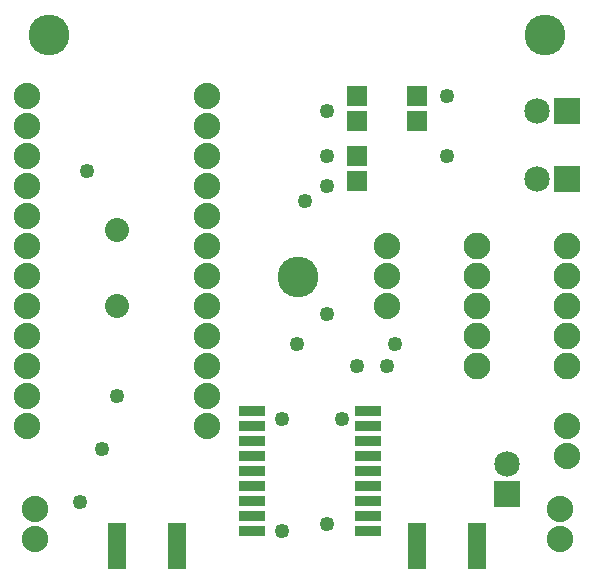
<source format=gts>
G04 MADE WITH FRITZING*
G04 WWW.FRITZING.ORG*
G04 DOUBLE SIDED*
G04 HOLES PLATED*
G04 CONTOUR ON CENTER OF CONTOUR VECTOR*
%ASAXBY*%
%FSLAX23Y23*%
%MOIN*%
%OFA0B0*%
%SFA1.0B1.0*%
%ADD10C,0.049370*%
%ADD11C,0.135984*%
%ADD12C,0.088000*%
%ADD13C,0.085000*%
%ADD14C,0.080000*%
%ADD15C,0.089370*%
%ADD16R,0.085000X0.085000*%
%ADD17R,0.069055X0.065118*%
%ADD18R,0.061181X0.151823*%
%ADD19R,0.090000X0.036000*%
%LNMASK1*%
G90*
G70*
G54D10*
X284Y1334D03*
X333Y409D03*
X258Y233D03*
X1084Y859D03*
X984Y759D03*
X934Y134D03*
X1284Y684D03*
X1184Y684D03*
X1084Y158D03*
X1309Y758D03*
G54D11*
X1811Y1788D03*
X157Y1790D03*
X985Y983D03*
G54D10*
X934Y509D03*
X384Y584D03*
X1134Y509D03*
G54D12*
X1859Y209D03*
X1859Y109D03*
X109Y209D03*
X109Y109D03*
G54D10*
X1484Y1584D03*
X1484Y1384D03*
X1084Y1384D03*
X1009Y1234D03*
X1084Y1534D03*
X1084Y1284D03*
G54D13*
X1884Y1309D03*
X1784Y1309D03*
X1884Y1534D03*
X1784Y1534D03*
X1684Y259D03*
X1684Y359D03*
G54D12*
X1884Y484D03*
X1884Y384D03*
X1284Y1084D03*
X1284Y984D03*
X1284Y884D03*
G54D14*
X384Y1140D03*
X384Y884D03*
X384Y1140D03*
X384Y884D03*
X384Y1140D03*
X384Y884D03*
G54D15*
X1884Y1084D03*
X1884Y984D03*
X1884Y884D03*
X1884Y784D03*
X1884Y684D03*
X1584Y1084D03*
X1584Y984D03*
X1584Y884D03*
X1584Y784D03*
X1584Y684D03*
G54D12*
X84Y1584D03*
X84Y1484D03*
X84Y1384D03*
X84Y1284D03*
X84Y1184D03*
X84Y1084D03*
X84Y984D03*
X84Y884D03*
X84Y784D03*
X84Y684D03*
X84Y584D03*
X84Y484D03*
X684Y1584D03*
X684Y1484D03*
X684Y1384D03*
X684Y1284D03*
X684Y1184D03*
X684Y1084D03*
X684Y984D03*
X684Y884D03*
X684Y784D03*
X684Y684D03*
X684Y584D03*
X684Y484D03*
G54D16*
X1884Y1309D03*
X1884Y1534D03*
X1684Y259D03*
G54D17*
X1184Y1384D03*
X1184Y1303D03*
X1184Y1584D03*
X1184Y1503D03*
X1384Y1584D03*
X1384Y1503D03*
G54D18*
X1384Y84D03*
X1584Y84D03*
X584Y84D03*
X384Y84D03*
G54D19*
X834Y534D03*
X834Y484D03*
X834Y434D03*
X834Y384D03*
X834Y334D03*
X834Y284D03*
X834Y234D03*
X834Y184D03*
X1220Y184D03*
X1220Y234D03*
X1220Y284D03*
X1220Y334D03*
X1220Y384D03*
X1220Y434D03*
X1220Y484D03*
X1220Y534D03*
X834Y134D03*
X1220Y134D03*
G04 End of Mask1*
M02*
</source>
